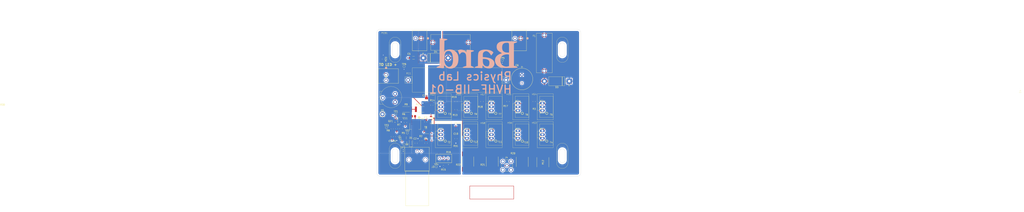
<source format=kicad_pcb>
(kicad_pcb (version 20221018) (generator pcbnew)
  (layers (0 "F.Cu" signal) (1 "In1.Cu" power) (2 "In2.Cu" power) (31 "B.Cu" signal) (34 "B.Paste" user) (35 "F.Paste" user) (36 "B.SilkS" user "B.Silkscreen") (37 "F.SilkS" user "F.Silkscreen") (38 "B.Mask" user) (39 "F.Mask" user) (44 "Edge.Cuts" user))
  (net 0 "")
  (net 1 "Net-(T1-E)")
  (net 2 "Net-(R13-Pad1)")
  (net 3 "Net-(T4-B)")
  (net 4 "Net-(R10-Pad2)")
  (net 5 "+VDC")
  (net 6 "output")
  (net 7 "Net-(T3-C)")
  (net 8 "Net-(R15-Pad2)")
  (net 9 "Net-(T8-B)")
  (net 10 "Net-(T10-B)")
  (net 11 "Net-(T11-B)")
  (net 12 "Net-(T12-B)")
  (net 13 "Net-(T1-B)")
  (net 14 "Net-(T2-B)")
  (net 15 "Net-(T1-C)")
  (net 16 "Net-(C1-Pad1)")
  (net 17 "GND")
  (net 18 "input")
  (net 19 "Net-(D1-A)")
  (net 20 "Net-(Q1-E)")
  (net 21 "Net-(Q2-E)")
  (net 22 "Net-(Q2-B)")
  (net 23 "+5V")
  (net 24 "Net-(T4-E)")
  (net 25 "Net-(T10-E)")
  (net 26 "Net-(T11-E)")
  (net 27 "Net-(T12-E)")
  (net 28 "/FB1")
  (net 29 "/FB2")
  (net 30 "/+80V_IN")
  (net 31 "/+5V_IN")
  (net 32 "/F1")
  (net 33 "/F2")
  (net 34 "/LED")
  (net 35 "Net-(D2-K)")
  (footprint "Library:ATS_PCB1025" (layer "F.Cu") (at 190.795 102.5 -90)
    (fp_text reference "HS4")
    (fp_text value "~")
  )
  (footprint "Capacitor_SMD:C_0805_2012Metric_Pad1.18x1.45mm_HandSolder" (layer "F.Cu") (at 105.06 112.102891 -90)
    (fp_text reference "C11")
    (fp_text value "100n")
  )
  (footprint "Resistor_SMD:R_0805_2012Metric_Pad1.20x1.40mm_HandSolder" (layer "F.Cu") (at 128.37 139.019891)
    (fp_text reference "R15")
    (fp_text value "100R")
  )
  (footprint "Library:FUSE_4527" (layer "F.Cu") (at 132.75 63 180)
    (fp_text reference "F2")
    (fp_text value "Fuse")
  )
  (footprint "Library:TO126AV" (layer "F.Cu") (at 187.75 102.5 90)
    (fp_text reference "T5")
    (fp_text value "BFQ262")
  )
  (footprint "Diode_THT:D_DO-201AD_P15.24mm_Horizontal" (layer "F.Cu") (at 205.5 86.75 180)
    (fp_text reference "D3")
    (fp_text value "1N5408")
  )
  (footprint "1_My_Custom_Library:CONN_1984963" (layer "F.Cu") (at 112.900001 60.5 180)
    (fp_text reference "J2")
    (fp_text value "1984963")
  )
  (footprint "Library:LINX_CONSMA002-L" (layer "F.Cu") (at 167.25 138.5)
    (fp_text reference "J4")
    (fp_text value "CONSMA002-L")
  )
  (footprint "Library:TO126AV" (layer "F.Cu") (at 125.5 119.5 90)
    (fp_text reference "T2")
    (fp_text value "BFQ262")
  )
  (footprint "Library:ATS_PCB1025" (layer "F.Cu") (at 159.445 102.5 -90)
    (fp_text reference "HS7")
    (fp_text value "~")
  )
  (footprint "Library:TO126AV" (layer "F.Cu") (at 172.75 102.5 90)
    (fp_text reference "T6")
    (fp_text value "BFQ262")
  )
  (footprint "Library:TO126AV" (layer "F.Cu") (at 156.5 102.5 90)
    (fp_text reference "T7")
    (fp_text value "BFQ262")
  )
  (footprint "Library:RES_3560_TEC" (layer "F.Cu") (at 143.32 136.029291 90)
    (fp_text reference "R22")
    (fp_text value "47")
  )
  (footprint "Library:TO126AV" (layer "F.Cu") (at 187.75 119.5 90)
    (fp_text reference "T4")
    (fp_text value "BFQ252")
  )
  (footprint "Diode_SMD:D_SOD-123" (layer "F.Cu") (at 108.42 124.6 90)
    (fp_text reference "D1")
    (fp_text value "1N4148W")
  )
  (footprint "Library:TO126AV" (layer "F.Cu") (at 141.5 102.5 90)
    (fp_text reference "T9")
    (fp_text value "BFQ262")
  )
  (footprint "Capacitor_SMD:C_0805_2012Metric_Pad1.18x1.45mm_HandSolder" (layer "F.Cu") (at 111.67 124.7875 90)
    (fp_text reference "C2")
    (fp_text value "0.1u")
  )
  (footprint "TestPoint:TestPoint_Pad_D1.0mm" (layer "F.Cu") (at 104.25 77.75)
    (fp_text reference "TP6")
    (fp_text value "TestPoint")
  )
  (footprint "Resistor_SMD:R_0805_2012Metric_Pad1.20x1.40mm_HandSolder" (layer "F.Cu") (at 136 122 -90)
    (fp_text reference "R31")
    (fp_text value "10")
  )
  (footprint "Resistor_SMD:R_0805_2012Metric_Pad1.20x1.40mm_HandSolder" (layer "F.Cu") (at 99.75 120.75 90)
    (fp_text reference "R1")
    (fp_text value "330")
  )
  (footprint "Library:SOT-23_ONS" (layer "F.Cu") (at 121.75 109.419891 -90)
    (fp_text reference "D2")
    (fp_text value "BAT64")
  )
  (footprint "Library:FUSE_4527" (layer "F.Cu") (at 190.25 69.5 90)
    (fp_text reference "F1")
    (fp_text value "Fuse")
  )
  (footprint "Capacitor_SMD:C_0805_2012Metric_Pad1.18x1.45mm_HandSolder" (layer "F.Cu") (at 97 120.75 -90)
    (fp_text reference "C1")
    (fp_text value "470p")
  )
  (footprint "Resistor_SMD:R_0805_2012Metric_Pad1.20x1.40mm_HandSolder" (layer "F.Cu") (at 121.25 101.5 -90)
    (fp_text reference "R14")
    (fp_text value "22")
  )
  (footprint "1_My_Custom_Library:CONN_1984963" (layer "F.Cu") (at 93.25 84.599999 -90)
    (fp_text reference "J5")
    (fp_text value "1984963")
  )
  (footprint "Library:ATS_PCB1025" (layer "F.Cu") (at 175.795 119.5 -90)
    (fp_text reference "HS6")
    (fp_text value "~")
  )
  (footprint "Library:ATS_PCB1025" (layer "F.Cu") (at 175.795 102.5 -90)
    (fp_text reference "HS5")
    (fp_text value "~")
  )
  (footprint "Resistor_SMD:R_0805_2012Metric_Pad1.20x1.40mm_HandSolder" (layer "F.Cu") (at 91.5 73.25 -90)
    (fp_text reference "R23")
    (fp_text value "360")
  )
  (footprint "Library:TO126AV" (layer "F.Cu") (at 141.5 119.5 90)
    (fp_text reference "T12")
    (fp_text value "BFQ252")
  )
  (footprint "Package_TO_SOT_SMD:SOT-23" (layer "F.Cu") (at 117.75 117.5 180)
    (fp_text reference "T8")
    (fp_text value "~")
  )
  (footprint "Resistor_SMD:R_0805_2012Metric_Pad1.20x1.40mm_HandSolder" (layer "F.Cu") (at 152 99.25 -90)
    (fp_text reference "R18")
    (fp_text value "47")
  )
  (footprint "TestPoint:TestPoint_Pad_D1.0mm" (layer "F.Cu") (at 124 139.25)
    (fp_text reference "TP4")
    (fp_text value "TestPoint")
  )
  (footprint "Capacitor_SMD:C_1206_3216Metric_Pad1.33x1.80mm_HandSolder" (layer "F.Cu") (at 118 98.75 90)
    (fp_text reference "C7")
    (fp_text value "0.1u")
  )
  (footprint "Resistor_SMD:R_0805_2012Metric_Pad1.20x1.40mm_HandSolder" (layer "F.Cu") (at 136 104.25 -90)
    (fp_text reference "R13")
    (fp_text value "47")
  )
  (footprint "Library:ATS_PCB1025" (layer "F.Cu") (at 144.445 119.5 -90)
    (fp_text reference "HS10")
    (fp_text value "~")
  )
  (footprint "Library:PPZC80003" (layer "F.Cu") (at 96.25 97 180)
    (fp_text reference "C4")
    (fp_text value "C_Trim")
  )
  (footprint "Resistor_SMD:R_0805_2012Metric_Pad1.20x1.40mm_HandSolder" (layer "F.Cu") (at 97 116 -90)
    (fp_text reference "R8")
    (fp_text value "330")
  )
  (footprint "Library:ATS_PCB1025" (layer "F.Cu") (at 144.445 102.5 -90)
    (fp_text reference "HS9")
    (fp_text value "~")
  )
  (footprint "TestPoint:TestPoint_Pad_D1.0mm" (layer "F.Cu") (at 104.25 125.75)
    (fp_text reference "TP7")
    (fp_text value "TestPoint")
  )
  (footprint "Resistor_SMD:R_2512_6332Metric" (layer "F.Cu") (at 114.4625 104 180)
    (fp_text reference "R10")
    (fp_text value "1k6")
  )
  (footprint "Library:TO126AV" (layer "F.Cu") (at 156.5 119.5 90)
    (fp_text reference "T11")
    (fp_text value "BFQ252")
  )
  (footprint "Library:RES_3560_TEC" (layer "F.Cu") (at 189.37 136.419891 90)
    (fp_text reference "R12")
    (fp_text value "47")
  )
  (footprint "Package_TO_SOT_SMD:SOT-23-3" (layer "F.Cu") (at 104 121.5 90)
    (fp_text reference "Q1")
    (fp_text value "PNP")
  )
  (footprint "Library:ATS_PCB1025" (layer "F.Cu") (at 159.445 119.5 -90)
    (fp_text reference "HS8")
    (fp_text value "~")
  )
  (footprint "Resistor_SMD:R_0805_2012Metric_Pad1.20x1.40mm_HandSolder" (layer "F.Cu") (at 102.4 115.919891 90)
    (fp_text reference "R5")
    (fp_text value "10")
  )
  (footprint "Library:PWWR0016" (layer "F.Cu") (at 136.8 86 -90)
    (fp_text reference "R11")
    (fp_text value "360")
  )
  (footprint "Resistor_SMD:R_0805_2012Metric_Pad1.20x1.40mm_HandSolder" (layer "F.Cu") (at 136 99.25 -90)
    (fp_text reference "R19")
    (fp_text value "47")
  )
  (footprint "Library:PCB_EC1U" (layer "F.Cu") (at 150 100)
    (fp_text reference "PCB1")
    (fp_text value "~EC1U")
    (fp_line (start -62.5 43) (end -62.5 -43) (stroke (width 0.1)) (layer "Edge.Cuts"))
    (fp_line (start -60.5 -45) (end 60.5 -45) (stroke (width 0.1)) (layer "Edge.Cuts"))
    (fp_line (start -60.5 45) (end 60.5 45) (stroke (width 0.1)) (layer "Edge.Cuts"))
    (fp_line (start -53 -32.5) (end -53 -35) (stroke (width 0.1)) (layer "Edge.Cuts"))
    (fp_line (start -53 -30) (end -53 -32.5) (stroke (width 0.1)) (layer "Edge.Cuts"))
    (fp_line (start -53 32.5) (end -53 30) (stroke (width 0.1)) (layer "Edge.Cuts"))
    (fp_line (start -53 35) (end -53 32.5) (stroke (width 0.1)) (layer "Edge.Cuts"))
    (fp_line (start -49.5 -32.5) (end -49.5 -35) (stroke (width 0.1)) (layer "Edge.Cuts"))
    (fp_line (start -49.5 -30) (end -49.5 -32.5) (stroke (width 0.1)) (layer "Edge.Cuts"))
    (fp_line (start -49.5 32.5) (end -49.5 30) (stroke (width 0.1)) (layer "Edge.Cuts"))
    (fp_line (start -49.5 35) (end -49.5 32.5) (stroke (width 0.1)) (layer "Edge.Cuts"))
    (fp_line (start 49.5 -32.5) (end 49.5 -35) (stroke (width 0.1)) (layer "Edge.Cuts"))
    (fp_line (start 49.5 -30) (end 49.5 -32.5) (stroke (width 0.1)) (layer "Edge.Cuts"))
    (fp_line (start 49.5 32.5) (end 49.5 30) (stroke (width 0.1)) (layer "Edge.Cuts"))
    (fp_line (start 49.5 35) (end 49.5 32.5) (stroke (width 0.1)) (layer "Edge.Cuts"))
    (fp_line (start 53 -32.5) (end 53 -35) (stroke (width 0.1)) (layer "Edge.Cuts"))
    (fp_line (start 53 -30) (end 53 -32.5) (stroke (width 0.1)) (layer "Edge.Cuts"))
    (fp_line (start 53 32.5) (end 53 30) (stroke (width 0.1)) (layer "Edge.Cuts"))
    (fp_line (start 53 35) (end 53 32.5) (stroke (width 0.1)) (layer "Edge.Cuts"))
    (fp_line (start 62.5 43) (end 62.5 -43) (stroke (width 0.1)) (layer "Edge.Cuts"))
    (fp_arc (start -62.5 -43) (mid -61.914214 -44.414214) (end -60.5 -45) (stroke (width 0.1)) (layer "Edge.Cuts"))
    (fp_arc (start -60.5 45) (mid -61.914214 44.414214) (end -62.5 43) (stroke (width 0.1)) (layer "Edge.Cuts"))
    (fp_arc (start -53 -35) (mid -51.25 -36.75) (end -49.5 -35) (stroke (width 0.1)) (layer "Edge.Cuts"))
    (fp_arc (start -53 30) (mid -51.25 28.25) (end -49.5 30) (stroke (width 0.1)) (layer "Edge.Cuts"))
    (fp_arc (start -49.5 -30) (mid -51.25 -28.25) (end -53 -30) (stroke (width 0.1)) (layer "Edge.Cuts"))
    (fp_arc (start -49.5 35) (mid -51.25 36.75) (end -53 35) (stroke (width 0.1)) (layer "Edge.Cuts"))
    (fp_arc (start 49.5 -35) (mid 51.25 -36.75) (end 53 -35) (stroke (width 0.1)) (layer "Edge.Cuts"))
    (fp_arc (start 49.5 30) (mid 51.25 28.25) (end 53 30) (stroke (width 0.1)) (layer "Edge.Cuts"))
    (fp_arc (start 53 -30) (mid 51.25 -28.25) (end 49.5 -30) (stroke (width 0.1)) (layer "Edge.Cuts"))
    (fp_arc (start 53 35) (mid 51.25 36.75) (end 49.5 35) (stroke (width 0.1)) (layer "Edge.Cuts"))
    (fp_arc (start 60.5 -45) (mid 61.914214 -44.414214) (end 62.5 -43) (stroke (width 0.1)) (layer "Edge.Cuts"))
    (fp_arc (start 62.5 43) (mid 61.914214 44.414214) (end 60.5 45) (stroke (width 0.1)) (layer "Edge.Cuts"))
  )
  (footprint "Resistor_SMD:R_0805_2012Metric_Pad1.20x1.40mm_HandSolder" (layer "F.Cu") (at 168 99.25 -90)
    (fp_text reference "R17")
    (fp_text value "47")
  )
  (footprint "Resistor_SMD:R_0805_2012Metric_Pad1.20x1.40mm_HandSolder" (layer "F.Cu") (at 110 108.25 180)
    (fp_text reference "R30")
    (fp_text value "10")
  )
  (footprint "Library:RES_3560_TEC" (layer "F.Cu") (at 158.32 136.029291 90)
    (fp_text reference "R21")
    (fp_text value "47")
  )
  (footprint "Resistor_SMD:R_0805_2012Metric_Pad1.20x1.40mm_HandSolder" (layer "F.Cu") (at 184 99.25 -90)
    (fp_text reference "R3")
    (fp_text value "47")
  )
  (footprint "TestPoint:TestPoint_Pad_D1.0mm" (layer "F.Cu") (at 164.5 74)
    (fp_text reference "TP5")
    (fp_text value "TestPoint")
  )
  (footprint "Library:ATS_PCB1025" (layer "F.Cu") (at 190.795 119.5 -90)
    (fp_text reference "HS3")
    (fp_text value "~")
  )
  (footprint "Library:ATS_PCB1025" (layer "F.Cu") (at 128.3 119.5 -90)
    (fp_text reference "HS1")
    (fp_text value "~")
  )
  (footprint "Capacitor_SMD:C_0805_2012Metric_Pad1.18x1.45mm_HandSolder" (layer "F.Cu") (at 117.5 111.7125 90)
    (fp_text reference "C3")
    (fp_text value "100n")
  )
  (footprint "Resistor_SMD:R_0805_2012Metric_Pad1.20x1.40mm_HandSolder" (layer "F.Cu") (at 114.5 123.25 -90)
    (fp_text reference "R2")
    (fp_text value "10k")
  )
  (footprint "TestPoint:TestPoint_Pad_D1.0mm" (layer "F.Cu") (at 93.5 115.25)
    (fp_text reference "TP3")
    (fp_text value "TestPoint")
  )
  (footprint "Resistor_SMD:R_0805_2012Metric_Pad1.20x1.40mm_HandSolder" (layer "F.Cu") (at 117.75 124.75 90)
    (fp_text reference "R4")
    (fp_text value "51")
  )
  (footprint "Capacitor_SMD:C_0805_2012Metric_Pad1.18x1.45mm_HandSolder" (layer "F.Cu") (at 136 116.1625 90)
    (fp_text reference "C10")
    (fp_text value "0.1u")
  )
  (footprint "Connector_Pin:Pin_D1.4mm_L8.5mm_W2.8mm_FlatFork" (layer "F.Cu") (at 91 107)
    (fp_text reference "H1")
    (fp_text value "MountingHole_Pad")
  )
  (footprint "Library:CAP_EEUED_125X25_PAN" (layer "F.Cu") (at 176.5 82.91485 -90)
    (fp_text reference "C6")
    (fp_text value "100u")
  )
  (footprint "Library:POT_3296W" (layer "F.Cu") (at 126.07 134.019891)
    (fp_text reference "R16")
    (fp_text value "R_Potentiometer_Trim")
  )
  (footprint "TestPoint:TestPoint_Pad_D1.0mm" (layer "F.Cu") (at 106.25 118.5)
    (fp_text reference "TP2")
    (fp_text value "TestPoint")
  )
  (footprint "Resistor_SMD:R_2512_6332Metric" (layer "F.Cu") (at 105.5 104 180)
    (fp_text reference "R9")
    (fp_text value "1k6")
  )
  (footprint "Capacitor_SMD:C_1206_3216Metric_Pad1.33x1.80mm_HandSolder" (layer "F.Cu") (at 110.0625 72.5 180)
    (fp_text reference "C5")
    (fp_text value "100u")
  )
  (footprint "Library:TO126AV" (layer "F.Cu") (at 172.75 119.5 90)
    (fp_text reference "T10")
    (fp_text value "BFQ252")
  )
  (footprint "Package_TO_SOT_SMD:SOT-223" (layer "F.Cu") (at 111.06 114.452891 -90)
    (fp_text reference "T1")
    (fp_text value "BFU590G")
  )
  (footprint "Resistor_SMD:R_0805_2012Metric_Pad1.20x1.40mm_HandSolder" (layer "F.Cu") (at 102.45 109.1 90)
    (fp_text reference "R6")
    (fp_text value "160")
  )
  (footprint "Diode_THT:D_DO-201AD_P15.24mm_Horizontal" (layer "F.Cu") (at 116.01 72.5)
    (fp_text reference "D4")
    (fp_text value "1N5408")
  )
  (footprint "Library:TRANS_BFP196E6327HTSA1_INF" (layer "F.Cu") (at 98.675 111.2 -90)
    (fp_text reference "Q2")
    (fp_text value "BFP196E6327HTSA1")
  )
  (footprint "1_My_Custom_Library:CONN_1984963" (layer "F.Cu") (at 173.900001 60.5 180)
    (fp_text reference "J1")
    (fp_text value "1984963")
  )
  (footprint "Library:CONN_73137-5003_MOL" (layer "F.Cu") (at 112.25 129.75 180)
    (fp_text reference "J3")
    (fp_text value "731375003")
  )
  (footprint "Resistor_SMD:R_0805_2012Metric_Pad1.20x1.40mm_HandSolder" (layer "F.Cu") (at 99.75 115.919891 -90)
    (fp_text reference "R7")
    (fp_text value "51")
  )
  (footprint "TestPoint:TestPoint_Pad_D1.0mm" (layer "F.Cu") (at 99.25 106.75)
    (fp_text reference "TP1")
    (fp_text value "TestPoint")
  )
  (footprint "Library:RES_3560_TEC" (layer "F.Cu") (at 176.67 136.208191 90)
    (fp_text reference "R20")
    (fp_text value "47")
  )
  (footprint "Library:ATS_PCB1025" (layer "F.Cu") (at 128.3 102.5 -90)
    (fp_text reference "HS2")
    (fp_text value "~")
  )
  (footprint "Library:TO126AV" (layer "F.Cu") (at 125.5 102.5 90)
    (fp_text reference "T3")
    (fp_text value "BFQ262")
  )
  (footprint "Library:LOGO_M" (layer "B.Cu") (at 149 69.75 180)
    (fp_text reference "LOGO1" hide)
    (fp_text value "~" hide)
  )
  (gr_rect (start 144.5 159) (end 171.5 151) (stroke (width 0.2)) (fill none) (layer "F.Cu"))
  (gr_line (start 106 126.25) (end 106 125.75) (stroke (width 0.15)) (layer "F.SilkS"))
  (gr_line (start 106 125) (end 106 124) (stroke (width 0.15)) (layer "F.SilkS"))
  (gr_line (start 105.25 125.75) (end 106.75 125.75) (stroke (width 0.15)) (layer "F.SilkS"))
  (gr_line (start 106 124) (end 106 123.75) (stroke (width 0.15)) (layer "F.SilkS"))
  (gr_circle (center 101.75 122.5) (end 102 122.75) (stroke (width 0.15)) (fill none) (layer "F.SilkS"))
  (gr_line (start 106.75 125.75) (end 106 125.75) (stroke (width 0.15)) (layer "F.SilkS"))
  (gr_line (start 106.75 125) (end 105.25 125) (stroke (width 0.15)) (layer "F.SilkS"))
  (gr_circle (center 113.5 109) (end 114 109) (stroke (width 0.5)) (fill none) (layer "F.SilkS"))
  (gr_line (start 106 125.75) (end 106.75 125) (stroke (width 0.15)) (layer "F.SilkS"))
  (gr_line (start 105.25 125) (end 106 125.75) (stroke (width 0.15)) (layer "F.SilkS"))
  (gr_text "Physics Lab\nHVHF-IIB-01\n" (at 170.75 94.75) (layer "B.SilkS") (effects (font (size 5 5) (thickness 0.75)) (justify left bottom mirror)))
  (gr_text "TO LED +" (at 88.75 77.5) (layer "F.SilkS") (effects (font (size 1.5 1.5) (thickness 0.3) bold) (justify left bottom)))
  (segment (start 117.5 112.75) (end 114.807109 112.75) (width 0.35) (layer "F.Cu") (net 1))
  (segment (start 105.06 111.065391) (end 105.2975 111.302891) (width 0.35) (layer "F.Cu") (net 1))
  (segment (start 118.6875 116.55) (end 118.6875 113.9375) (width 0.35) (layer "F.Cu") (net 1))
  (segment (start 114.807109 112.75) (end 113.36 111.302891) (width 0.35) (layer "F.Cu") (net 1))
  (segment (start 109.25 113.5) (end 112 113.5) (width 0.35) (layer "F.Cu") (net 1))
  (segment (start 108.76 113.01) (end 109.25 113.5) (width 0.35) (layer "F.Cu") (net 1))
  (segment (start 113.36 112.14) (end 113.36 111.302891) (width 0.35) (layer "F.Cu") (net 1))
  (segment (start 118.6875 113.9375) (end 117.5 112.75) (width 0.35) (layer "F.Cu") (net 1))
  (segment (start 112 113.5) (end 113.36 112.14) (width 0.35) (layer "F.Cu") (net 1))
  (segment (start 108.76 111.302891) (end 108.76 113.01) (width 0.35) (layer "F.Cu") (net 1))
  (segment (start 105.2975 111.302891) (end 108.76 111.302891) (width 0.35) (layer "F.Cu") (net 1))
  (segment (start 146.25 95) (end 158 95) (width 0.35) (layer "F.Cu") (net 2))
  (segment (start 136 95) (end 134 97) (width 0.35) (layer "F.Cu") (net 2))
  (segment (start 134 101.25) (end 136 103.25) (width 0.35) (layer "F.Cu") (net 2))
  (segment (start 176 98.25) (end 174.625 96.875) (width 0.35) (layer "F.Cu") (net 2))
  (segment (start 158 95) (end 136 95) (width 0.35) (layer "F.Cu") (net 2))
  (segment (start 159.875 96.875) (end 174.625 96.875) (width 0.35) (layer "F.Cu") (net 2))
  (segment (start 134 97) (end 134 101.25) (width 0.35) (layer "F.Cu") (net 2))
  (segment (start 176 98.25) (end 168 98.25) (width 0.35) (layer "F.Cu") (net 2))
  (segment (start 136 98.25) (end 144 98.25) (width 0.35) (layer "F.Cu") (net 2))
  (segment (start 144 98.25) (end 152 98.25) (width 0.35) (layer "F.Cu") (net 2))
  (segment (start 184 98.25) (end 176 98.25) (width 0.35) (layer "F.Cu") (net 2))
  (segment (start 158 95) (end 159.875 96.875) (width 0.35) (layer "F.Cu") (net 2))
  (segment (start 145.375 96.875) (end 144 98.25) (width 0.35) (layer "F.Cu") (net 2))
  (segment (start 159.875 96.875) (end 145.375 96.875) (width 0.35) (layer "F.Cu") (net 2))
  (segment (start 183.172191 100.422191) (end 189.065 100.422191) (width 0.35) (layer "F.Cu") (net 3))
  (segment (start 190.214 100.214) (end 192.25 102.25) (width 0.35) (layer "F.Cu") (net 3))
  (segment (start 192.25 113.75) (end 189.02 116.98) (width 0.35) (layer "F.Cu") (net 3))
  (segment (start 183 100.25) (end 183.172191 100.422191) (width 0.35) (layer "F.Cu") (net 3))
  (segment (start 192.25 102.25) (end 192.25 113.75) (width 0.35) (layer "F.Cu") (net 3))
  (segment (start 189.02 100.214) (end 190.214 100.214) (width 0.35) (layer "F.Cu") (net 3))
  (segment (start 189.02 116.98) (end 189.02 117.214) (width 0.35) (layer "F.Cu") (net 3))
  (segment (start 111.5 104) (end 108.4625 104) (width 0.35) (layer "F.Cu") (net 4))
  (segment (start 118 100.3125) (end 115.8125 100.3125) (width 1.05) (layer "F.Cu") (net 5))
  (segment (start 115.8125 100.3125) (end 115.75 100.25) (width 1.05) (layer "F.Cu") (net 5))
  (segment (start 164.5 74) (end 164.5 75.75) (width 0.35) (layer "F.Cu") (net 5))
  (segment (start 118 100.3125) (end 121.0625 100.3125) (width 1.05) (layer "F.Cu") (net 5))
  (segment (start 121.0625 100.3125) (end 121.25 100.5) (width 1.05) (layer "F.Cu") (net 5))
  (via (at 115.75 100.25) (size 1.2) (drill 0.6) (layers "F.Cu" "B.Cu") (net 5))
  (via (at 164.5 75.75) (size 0.8) (drill 0.4) (layers "F.Cu" "B.Cu") (net 5))
  (segment (start 164.466991 138.5) (end 167.25 138.5) (width 0.35) (layer "F.Cu") (net 6))
  (segment (start 167.25 138.5) (end 171.996021 138.5) (width 0.35) (layer "F.Cu") (net 6))
  (segment (start 143.32 140.740991) (end 158.32 140.740991) (width 0.35) (layer "F.Cu") (net 6))
  (segment (start 171.996021 138.5) (end 174.415912 140.919891) (width 0.35) (layer "F.Cu") (net 6))
  (segment (start 158.32 140.740991) (end 162.226 140.740991) (width 0.35) (layer "F.Cu") (net 6))
  (segment (start 162.226 140.740991) (end 164.466991 138.5) (width 0.35) (layer "F.Cu") (net 6))
  (segment (start 189.1583 140.919891) (end 189.37 141.131591) (width 0.35) (layer "F.Cu") (net 6))
  (segment (start 176.67 140.919891) (end 189.1583 140.919891) (width 0.35) (layer "F.Cu") (net 6))
  (segment (start 174.415912 140.919891) (end 176.67 140.919891) (width 0.35) (layer "F.Cu") (net 6))
  (segment (start 121.297891 102.547891) (end 126.57 102.547891) (width 0.35) (layer "F.Cu") (net 7))
  (segment (start 121.25 102.5) (end 121.297891 102.547891) (width 0.35) (layer "F.Cu") (net 7))
  (segment (start 129.37 139.019891) (end 129.37 135.799891) (width 0.35) (layer "F.Cu") (net 8))
  (segment (start 129.37 135.799891) (end 131.15 134.019891) (width 0.35) (layer "F.Cu") (net 8))
  (segment (start 120.95 118.45) (end 118.6875 118.45) (width 0.25) (layer "F.Cu") (net 9))
  (segment (start 121.25 118.75) (end 120.95 118.45) (width 0.25) (layer "F.Cu") (net 9))
  (segment (start 121.25 126.659891) (end 121.25 123) (width 0.35) (layer "F.Cu") (net 9))
  (segment (start 128.61 134.64) (end 128.61 134.019891) (width 0.35) (layer "F.Cu") (net 9))
  (segment (start 128.61 134.019891) (end 124.670054 130.079946) (width 0.35) (layer "F.Cu") (net 9))
  (segment (start 124.670054 130.079946) (end 121.25 126.659891) (width 0.35) (layer "F.Cu") (net 9))
  (segment (start 124 139.25) (end 128.61 134.64) (width 0.35) (layer "F.Cu") (net 9))
  (via (at 121.25 118.75) (size 0.8) (drill 0.4) (layers "F.Cu" "B.Cu") (net 9))
  (via (at 121.25 123) (size 0.8) (drill 0.4) (layers "F.Cu" "B.Cu") (net 9))
  (segment (start 121.25 123) (end 121.25 118.75) (width 0.25) (layer "B.Cu") (net 9))
  (segment (start 174.02 100.214) (end 175.464 100.214) (width 0.35) (layer "F.Cu") (net 10))
  (segment (start 168.172191 100.422191) (end 174.065 100.422191) (width 0.35) (layer "F.Cu") (net 10))
  (segment (start 177.375 102.125) (end 177.375 114.625) (width 0.35) (layer "F.Cu") (net 10))
  (segment (start 174.065 100.422191) (end 174.827 100.422191) (width 0.35) (layer "F.Cu") (net 10))
  (segment (start 174.782 100.214) (end 174.996 100) (width 0.35) (layer "F.Cu") (net 10))
  (segment (start 174.327809 117.422191) (end 174.065 117.422191) (width 0.35) (layer "F.Cu") (net 10))
  (segment (start 175.464 100.214) (end 177.375 102.125) (width 0.35) (layer "F.Cu") (net 10))
  (segment (start 174.02 100.214) (end 174.782 100.214) (width 0.35) (layer "F.Cu") (net 10))
  (segment (start 174.786 117.214) (end 174.02 117.214) (width 0.35) (layer "F.Cu") (net 10))
  (segment (start 177.375 114.625) (end 174.786 117.214) (width 0.35) (layer "F.Cu") (net 10))
  (segment (start 168 100.25) (end 168.172191 100.422191) (width 0.35) (layer "F.Cu") (net 10))
  (segment (start 159.214 100.214) (end 161 102) (width 0.35) (layer "F.Cu") (net 11))
  (segment (start 158.477 100.245591) (end 157.715 100.245591) (width 0.35) (layer "F.Cu") (net 11))
  (segment (start 152.004409 100.245591) (end 157.715 100.245591) (width 0.35) (layer "F.Cu") (net 11))
  (segment (start 152 100.25) (end 152.004409 100.245591) (width 0.35) (layer "F.Cu") (net 11))
  (segment (start 161 102) (end 161 114) (width 0.35) (layer "F.Cu") (net 11))
  (segment (start 157.786 117.214) (end 157.77 117.214) (width 0.35) (layer "F.Cu") (net 11))
  (segment (start 157.77 100.214) (end 159.214 100.214) (width 0.35) (layer "F.Cu") (net 11))
  (segment (start 161 114) (end 157.786 117.214) (width 0.35) (layer "F.Cu") (net 11))
  (segment (start 142.703 100.745591) (end 143.465 100.745591) (width 0.35) (layer "F.Cu") (net 12))
  (segment (start 142.715 100.245591) (end 143.995591 100.245591) (width 0.35) (layer "F.Cu") (net 12))
  (segment (start 146 113.984) (end 142.77 117.214) (width 0.35) (layer "F.Cu") (net 12))
  (segment (start 136 100.25) (end 136.004409 100.245591) (width 0.35) (layer "F.Cu") (net 12))
  (segment (start 136.004409 100.245591) (end 142.715 100.245591) (width 0.35) (layer "F.Cu") (net 12))
  (segment (start 142.77 100.214) (end 144.214 100.214) (width 0.35) (layer "F.Cu") (net 12))
  (segment (start 146 102) (end 146 113.984) (width 0.35) (layer "F.Cu") (net 12))
  (segment (start 144.214 100.214) (end 146 102) (width 0.35) (layer "F.Cu") (net 12))
  (segment (start 111.06 111.302891) (end 111.06 108.602891) (width 0.35) (layer "F.Cu") (net 13))
  (segment (start 126.57 117.047891) (end 136.347891 117.047891) (width 0.35) (layer "F.Cu") (net 14))
  (segment (start 136 121) (end 136 117.2) (width 0.35) (layer "F.Cu") (net 14))
  (segment (start 123.394891 120.394891) (end 113.852 120.394891) (width 0.35) (layer "F.Cu") (net 15))
  (segment (start 123.394891 120.394891) (end 124.619891 121.619891) (width 0.35) (layer "F.Cu") (net 15))
  (segment (start 124.619891 121.619891) (end 126.57 121.619891) (width 0.35) (layer "F.Cu") (net 15))
  (segment (start 113.852 120.394891) (end 111.06 117.602891) (width 0.35) (layer "F.Cu") (net 15))
  (segment (start 96.9 119.844891) (end 97.055 119.844891) (width 0.35) (layer "F.Cu") (net 16))
  (segment (start 97 117) (end 97 119.7125) (width 0.35) (layer "F.Cu") (net 16))
  (segment (start 105.06 113.140391) (end 105.06 114.44) (width 0.35) (layer "F.Cu") (net 17))
  (segment (start 103.05 122.6375) (end 103.05 123.95) (width 0.35) (layer "F.Cu") (net 17))
  (segment (start 188.303 119.708191) (end 189.065 119.708191) (width 0.35) (layer "F.Cu") (net 17))
  (segment (start 136 115.125) (end 136 113.95) (width 0.35) (layer "F.Cu") (net 17))
  (segment (start 99.75 116.919891) (end 99.75 118) (width 0.35) (layer "F.Cu") (net 17))
  (segment (start 97 121.7875) (end 97 123) (width 0.35) (layer "F.Cu") (net 17))
  (segment (start 141.953 119.531591) (end 142.715 119.531591) (width 0.35) (layer "F.Cu") (net 17))
  (segment (start 118 97.1875) (end 118 95.75) (width 1.05) (layer "F.Cu") (net 17))
  (segment (start 142.715 119.531591) (end 143.477 119.531591) (width 0.35) (layer "F.Cu") (net 17))
  (segment (start 189.065 119.708191) (end 189.827 119.708191) (width 0.35) (layer "F.Cu") (net 17))
  (segment (start 108.5 72.5) (end 106.75 72.5) (width 1.05) (layer "F.Cu") (net 17))
  (segment (start 174.065 119.708191) (end 174.827 119.708191) (width 0.35) (layer "F.Cu") (net 17))
  (segment (start 103.05 123.95) (end 103 124) (width 0.35) (layer "F.Cu") (net 17))
  (segment (start 157.715 119.531591) (end 158.477 119.531591) (width 0.35) (layer "F.Cu") (net 17))
  (segment (start 117.75 122.25) (end 117.75 123.75) (width 1.05) (layer "F.Cu") (net 17))
  (segment (start 156.953 119.531591) (end 157.715 119.531591) (width 0.35) (layer "F.Cu") (net 17))
  (segment (start 105.06 114.44) (end 105 114.5) (width 0.35) (layer "F.Cu") (net 17))
  (segment (start 118.25 111.175) (end 118.25 110.194291) (width 0.25) (layer "F.Cu") (net 17))
  (via (at 105 114.5) (size 0.8) (drill 0.4) (layers "F.Cu" "B.Cu") (net 17))
  (via (at 136 113.95) (size 0.8) (drill 0.4) (layers "F.Cu" "B.Cu") (net 17))
  (via (at 118 95.75) (size 0.8) (drill 0.4) (layers "F.Cu" "B.Cu") (net 17))
  (via (at 117.75 122.25) (size 0.8) (drill 0.4) (layers "F.Cu" "B.Cu") (net 17))
  (via (at 118.25 110.194291) (size 0.8) (drill 0.4) (layers "F.Cu" "B.Cu") (net 17))
  (via (at 97 123) (size 0.8) (drill 0.4) (layers "F.Cu" "B.Cu") (net 17))
  (via (at 116.25 118) (size 0.8) (drill 0.4) (layers "F.Cu" "B.Cu") (net 17))
  (via (at 103 124) (size 0.8) (drill 0.4) (layers "F.Cu" "B.Cu") (net 17))
  (via (at 99.75 118) (size 0.8) (drill 0.4) (layers "F.Cu" "B.Cu") (net 17))
  (via (at 106.75 72.5) (size 1.2) (drill 0.6) (layers "F.Cu" "B.Cu") (net 17))
  (segment (start 117.75 125.75) (end 111.745 125.75) (width 0.35) (layer "F.Cu") (net 18))
  (segment (start 112.25 129.75) (end 112.25 126.405) (width 0.35) (layer "F.Cu") (net 18))
  (segment (start 111.245 126.25) (end 111.67 125.825) (width 0.35) (layer "F.Cu") (net 18))
  (segment (start 111.745 125.75) (end 111.67 125.825) (width 0.35) (layer "F.Cu") (net 18))
  (segment (start 112.25 126.405) (end 111.67 125.825) (width 0.35) (layer "F.Cu") (net 18))
  (segment (start 108.42 126.25) (end 111.245 126.25) (width 0.35) (layer "F.Cu") (net 18))
  (segment (start 108.37 122.75) (end 106 122.75) (width 0.35) (layer "F.Cu") (net 19))
  (segment (start 110.725 122.805) (end 111.67 123.75) (width 0.35) (layer "F.Cu") (net 19))
  (segment (start 111.67 124) (end 112 124) (width 0.35) (layer "F.Cu") (net 19))
  (segment (start 108.37 123) (end 108.42 122.95) (width 0.35) (layer "F.Cu") (net 19))
  (segment (start 112 124) (end 114 124) (width 0.35) (layer "F.Cu") (net 19))
  (segment (start 111.67 123.75) (end 111.75 123.75) (width 0.35) (layer "F.Cu") (net 19))
  (segment (start 106 122.75) (end 105.0625 122.75) (width 0.35) (layer "F.Cu") (net 19))
  (segment (start 108.275 122.75) (end 110.725 122.75) (width 0.35) (layer "F.Cu") (net 19))
  (segment (start 104.25 125.75) (end 105.25 125.75) (width 0.35) (layer "F.Cu") (net 19))
  (segment (start 114.25 124.25) (end 114 124) (width 0.35) (layer "F.Cu") (net 19))
  (segment (start 111.75 123.75) (end 112 124) (width 0.35) (layer "F.Cu") (net 19))
  (segment (start 104.95 122.6375) (end 104.95 122.7) (width 0.35) (layer "F.Cu") (net 19))
  (segment (start 114.5 124.25) (end 114.25 124.25) (width 0.35) (layer "F.Cu") (net 19))
  (segment (start 105.25 125.75) (end 106 125) (width 0.35) (layer "F.Cu") (net 19))
  (segment (start 110.725 122.75) (end 110.725 122.805) (width 0.35) (layer "F.Cu") (net 19))
  (segment (start 105.0625 122.75) (end 104.95 122.6375) (width 0.35) (layer "F.Cu") (net 19))
  (segment (start 106 125) (end 106 122.75) (width 0.35) (layer "F.Cu") (net 19))
  (segment (start 106.25 119.8625) (end 105.75 120.3625) (width 0.35) (layer "F.Cu") (net 20))
  (segment (start 99.75 119.75) (end 102.4 117.1) (width 0.35) (layer "F.Cu") (net 20))
  (segment (start 106.25 118.5) (end 106.25 119.8625) (width 0.35) (layer "F.Cu") (net 20))
  (segment (start 104 120) (end 100.3625 120) (width 0.35) (layer "F.Cu") (net 20))
  (segment (start 102.4 117.1) (end 102.4 116.919891) (width 0.35) (layer "F.Cu") (net 20))
  (segment (start 100.1125 119.75) (end 100.3625 120) (width 0.35) (layer "F.Cu") (net 20))
  (segment (start 104 120.3625) (end 104 120) (width 0.35) (layer "F.Cu") (net 20))
  (segment (start 105.75 120.3625) (end 104 120.3625) (width 0.35) (layer "F.Cu") (net 20))
  (segment (start 99.75 119.75) (end 100.1125 119.75) (width 0.35) (layer "F.Cu") (net 20))
  (segment (start 96.9 114.919891) (end 96.9 111.6) (width 0.35) (layer "F.Cu") (net 21))
  (segment (start 97 115) (end 96.980109 115) (width 0.35) (layer "F.Cu") (net 21))
  (segment (start 99.9 114.999891) (end 99.82 114.919891) (width 0.35) (layer "F.Cu") (net 21))
  (segment (start 97.95 112) (end 97.3 112) (width 0.35) (layer "F.Cu") (net 21))
  (segment (start 93.5 115.25) (end 96.75 115.25) (width 0.35) (layer "F.Cu") (net 21))
  (segment (start 96.980109 115) (end 96.9 114.919891) (width 0.35) (layer "F.Cu") (net 21))
  (segment (start 99.25 110.4) (end 99.25 109.576534) (width 0.35) (layer "F.Cu") (net 21))
  (segment (start 96 107.75) (end 96 102.33) (width 0.35) (layer "F.Cu") (net 21))
  (segment (start 98.79 99.54) (end 98.79 94.46) (width 0.35) (layer "F.Cu") (net 21))
  (segment (start 99.25 109.576534) (end 99.453338 109.373196) (width 0.35) (layer "F.Cu") (net 21))
  (segment (start 97.3 112) (end 96 110.7) (width 0.35) (layer "F.Cu") (net 21))
  (segment (start 96 107.75) (end 97.5 107.75) (width 0.35) (layer "F.Cu") (net 21))
  (segment (start 96 102.33) (end 98.79 99.54) (width 0.35) (layer "F.Cu") (net 21))
  (segment (start 96.9 111.6) (end 96 110.7) (width 0.35) (layer "F.Cu") (net 21))
  (segment (start 99.82 114.919891) (end 96.9 114.919891) (width 0.35) (layer "F.Cu") (net 21))
  (segment (start 96 110.7) (end 96 107.75) (width 0.35) (layer "F.Cu") (net 21))
  (segment (start 96.75 115.25) (end 97 115) (width 0.35) (layer "F.Cu") (net 21))
  (via (at 97.5 107.75) (size 0.8) (drill 0.4) (layers "F.Cu" "B.Cu") (net 21))
  (via (at 99.453338 109.373196) (size 0.8) (drill 0.4) (layers "F.Cu" "B.Cu") (net 21))
  (segment (start 97.830142 107.75) (end 99.453338 109.373196) (width 0.35) (layer "B.Cu") (net 21))
  (segment (start 97.5 107.75) (end 97.830142 107.75) (width 0.35) (layer "B.Cu") (net 21))
  (segment (start 102.4 114.919891) (end 102.169891 114.919891) (width 0.35) (layer "F.Cu") (net 22))
  (segment (start 102.169891 114.919891) (end 99.25 112) (width 0.35) (layer "F.Cu") (net 22))
  (segment (start 126.269891 139.019891) (end 126.25 139) (width 1.05) (layer "F.Cu") (net 23))
  (segment (start 127.37 139.019891) (end 126.269891 139.019891) (width 1.05) (layer "F.Cu") (net 23))
  (segment (start 104.25 77.75) (end 104.25 79.5) (width 0.35) (layer "F.Cu") (net 23))
  (segment (start 113 122.25) (end 112.75 122) (width 1.05) (layer "F.Cu") (net 23))
  (segment (start 102.45 111.7) (end 102.5 111.75) (width 1.05) (layer "F.Cu") (net 23))
  (segment (start 136 124.75) (end 136 123) (width 1.05) (layer "F.Cu") (net 23))
  (segment (start 99.775 121.75) (end 99.775 123.125109) (width 1.05) (layer "F.Cu") (net 23))
  (segment (start 102.45 110.1) (end 102.45 111.7) (width 1.05) (layer "F.Cu") (net 23))
  (segment (start 91.5 72.25) (end 91.5 70.75) (width 0.35) (layer "F.Cu") (net 23))
  (segment (start 114.5 122.25) (end 113 122.25) (width 1.05) (layer "F.Cu") (net 23))
  (via (at 91.5 70.75) (size 0.8) (drill 0.4) (layers "F.Cu" "B.Cu") (net 23))
  (via (at 99.775 123.125109) (size 1.2) (drill 0.6) (layers "F.Cu" "B.Cu") (net 23))
  (via (at 104.25 79.5) (size 0.8) (drill 0.4) (layers "F.Cu" "B.Cu") (net 23))
  (via (at 136 124.75) (size 1.2) (drill 0.6) (layers "F.Cu" "B.Cu") (net 23))
  (via (at 102.5 111.75) (size 1.2) (drill 0.6) (layers "F.Cu" "B.Cu") (net 23))
  (via (at 112.75 122) (size 1.2) (drill 0.6) (layers "F.Cu" "B.Cu") (net 23))
  (via (at 126.25 139) (size 1.2) (drill 0.6) (layers "F.Cu" "B.Cu") (net 23))
  (segment (start 186.25 106) (end 186.25 119.75) (width 0.35) (layer "F.Cu") (net 24))
  (segment (start 189.02 104.786) (end 187.464 104.786) (width 0.35) (layer "F.Cu") (net 24))
  (segment (start 186 119.528) (end 186.236 119.764) (width 0.35) (layer "F.Cu") (net 24))
  (segment (start 186.25 119.75) (end 186.236 119.764) (width 0.35) (layer "F.Cu") (net 24))
  (segment (start 186.236 119.764) (end 188.258 121.786) (width 0.35) (layer "F.Cu") (net 24))
  (segment (start 187.464 104.786) (end 186.25 106) (width 0.35) (layer "F.Cu") (net 24))
  (segment (start 189.02 104.786) (end 187.964 104.786) (width 0.35) (layer "F.Cu") (net 24))
  (segment (start 189.02 131.358191) (end 189.37 131.708191) (width 0.35) (layer "F.Cu") (net 24))
  (segment (start 189.02 121.786) (end 189.02 131.358191) (width 0.35) (layer "F.Cu") (net 24))
  (segment (start 189.065 104.994191) (end 187.755809 104.994191) (width 0.35) (layer "F.Cu") (net 24))
  (segment (start 188.258 121.786) (end 189.02 121.786) (width 0.35) (layer "F.Cu") (net 24))
  (segment (start 187.964 104.786) (end 187.755809 104.994191) (width 0.35) (layer "F.Cu") (net 24))
  (segment (start 171.25 119.75) (end 171.236 119.764) (width 0.35) (layer "F.Cu") (net 25))
  (segment (start 174.065 104.994191) (end 173.505809 104.994191) (width 0.35) (layer "F.Cu") (net 25))
  (segment (start 171.236 119.764) (end 173.258 121.786) (width 0.35) (layer "F.Cu") (net 25))
  (segment (start 174.02 130.27) (end 175.246491 131.496491) (width 0.35) (layer "F.Cu") (net 25))
  (segment (start 171.25 106.25) (end 171.25 119.75) (width 0.35) (layer "F.Cu") (net 25))
  (segment (start 175.246491 131.496491) (end 176.67 131.496491) (width 0.35) (layer "F.Cu") (net 25))
  (segment (start 172.714 104.786) (end 171.25 106.25) (width 0.35) (layer "F.Cu") (net 25))
  (segment (start 174.02 104.786) (end 172.714 104.786) (width 0.35) (layer "F.Cu") (net 25))
  (segment (start 174.02 121.786) (end 174.02 130.27) (width 0.35) (layer "F.Cu") (net 25))
  (segment (start 173.258 121.786) (end 174.02 121.786) (width 0.35) (layer "F.Cu") (net 25))
  (segment (start 156.214 104.786) (end 155 106) (width 0.35) (layer "F.Cu") (net 26))
  (segment (start 155 119.778) (end 157.008 121.786) (width 0.35) (layer "F.Cu") (net 26))
  (segment (start 157.715 104.817591) (end 157.182409 104.817591) (width 0.35) (layer "F.Cu") (net 26))
  (segment (start 155 106) (end 155 119.778) (width 0.35) (layer "F.Cu") (net 26))
  (segment (start 157.77 104.786) (end 156.214 104.786) (width 0.35) (layer "F.Cu") (net 26))
  (segment (start 157.77 121.786) (end 157.77 130.767591) (width 0.35) (layer "F.Cu") (net 26))
  (segment (start 157.77 130.767591) (end 158.32 131.317591) (width 0.35) (layer "F.Cu") (net 26))
  (segment (start 157.008 121.786) (end 157.77 121.786) (width 0.35) (layer "F.Cu") (net 26))
  (segment (start 142.77 121.786) (end 142.77 130.767591) (width 0.35) (layer "F.Cu") (net 27))
  (segment (start 141.786 121.786) (end 142.77 121.786) (width 0.35) (layer "F.Cu") (net 27))
  (segment (start 142.77 130.767591) (end 143.32 131.317591) (width 0.35) (layer "F.Cu") (net 27))
  (segment (start 140 120) (end 141.786 121.786) (width 0.35) (layer "F.Cu") (net 27))
  (segment (start 142.77 104.786) (end 141.214 104.786) (width 0.35) (layer "F.Cu") (net 27))
  (segment (start 140 106) (end 140 120) (width 0.35) (layer "F.Cu") (net 27))
  (segment (start 141.214 104.786) (end 140 106) (width 0.35) (layer "F.Cu") (net 27))
  (segment (start 129.25 104.083891) (end 130 104.833891) (width 0.35) (layer "F.Cu") (net 28))
  (segment (start 126.57 100.261891) (end 128.761891 100.261891) (width 0.35) (layer "F.Cu") (net 28))
  (segment (start 126.57 104.833891) (end 129.25 104.833891) (width 0.35) (layer "F.Cu") (net 28))
  (segment (start 128.761891 100.261891) (end 129.25 100.75) (width 0.35) (layer "F.Cu") (net 28))
  (segment (start 129.25 104) (end 129.25 104.083891) (width 0.35) (layer "F.Cu") (net 28))
  (segment (start 120.7848 106.049091) (end 122 104.833891) (width 0.35) (layer "F.Cu") (net 28))
  (segment (start 129.25 100.75) (end 129.25 104) (width 0.35) (layer "F.Cu") (net 28))
  (segment (start 106.8 93.5875) (end 117.2125 104) (width 0.35) (layer "F.Cu") (net 28))
  (segment (start 129.25 104.833891) (end 130 104.833891) (width 0.35) (layer "F.Cu") (net 28))
  (segment (start 118.258891 104.833891) (end 122 104.833891) (width 0.35) (layer "F.Cu") (net 28))
  (segment (start 122.5 104.833891) (end 126.57 104.833891) (width 0.35) (layer "F.Cu") (net 28))
  (segment (start 135.583891 104.833891) (end 136 105.25) (width 0.35) (layer "F.Cu") (net 28))
  (segment (start 106.8 86) (end 106.8 93.5875) (width 0.35) (layer "F.Cu") (net 28))
  (segment (start 130 104.833891) (end 135.583891 104.833891) (width 0.35) (layer "F.Cu") (net 28))
  (segment (start 122.5 104.833891) (end 121.566109 104.833891) (width 0.35) (layer "F.Cu") (net 28))
  (segment (start 117.425 104) (end 118.258891 104.833891) (width 0.35) (layer "F.Cu") (net 28))
  (segment (start 120.7848 108.467391) (end 120.7848 106.049091) (width 0.35) (layer "F.Cu") (net 28))
  (segment (start 122 104.833891) (end 122.5 104.833891) (width 0.35) (layer "F.Cu") (net 28))
  (segment (start 102.6 108.25) (end 109 108.25) (width 0.35) (layer "F.Cu") (net 29))
  (segment (start 102.45 104.0875) (end 102.5375 104) (width 0.35) (layer "F.Cu") (net 29))
  (segment (start 98.1 109.206254) (end 99.206254 108.1) (width 0.35) (layer "F.Cu") (net 29))
  (segment (start 98.1 110.4) (end 98.1 109.206254) (width 0.35) (layer "F.Cu") (net 29))
  (segment (start 99.206254 108.1) (end 99.25 108.056254) (width 0.35) (layer "F.Cu") (net 29))
  (segment (start 102.45 108.1) (end 102.45 104.0875) (width 0.35) (layer "F.Cu") (net 29))
  (segment (start 99.206254 108.1) (end 102.45 108.1) (width 0.35) (layer "F.Cu") (net 29))
  (segment (start 99.25 108.056254) (end 99.25 106.75) (width 0.35) (layer "F.Cu") (net 29))
  (segment (start 102.45 108.1) (end 102.6 108.25) (width 0.35) (layer "F.Cu") (net 29))
  (segment (start 91.5 80.999999) (end 93.25 82.749999) (width 0.35) (layer "F.Cu") (net 34))
  (segment (start 91.5 74.25) (end 91.5 80.999999) (width 0.35) (layer "F.Cu") (net 34))
  (segment (start 122.7152 116.7152) (end 122.875 116.875) (width 0.35) (layer "F.Cu") (net 35))
  (segment (start 122.7152 109.419891) (end 122.7152 116.7152) (width 0.35) (layer "F.Cu") (net 35))
  (segment (start 125.833891 119.833891) (end 127.32 119.833891) (width 0.35) (layer "F.Cu") (net 35))
  (segment (start 122.875 116.875) (end 125.833891 119.833891) (width 0.35) (layer "F.Cu") (net 35))
  (zone (net 31) (net_name "/+5V_IN") (layer "F.Cu") (priority 12) (connect_pads (clearance 0.5)) (min_thickness 0.25) (fill yes (thermal_gap 0.5) (thermal_bridge_width 0.5))
    (polygon (pts (xy 113 54.75) (xy 113 66.75) (xy 125 66.75) (xy 125 54.75)))
  )
  (zone (net 32) (net_name "/F1") (layer "F.Cu") (priority 15) (connect_pads (clearance 0.5)) (min_thickness 0.25) (fill yes (thermal_gap 0.5) (thermal_bridge_width 0.5))
    (polygon (pts (xy 185.5 76.25) (xy 195 76.25) (xy 195 91) (xy 185.5 91)))
  )
  (zone (net 30) (net_name "/+80V_IN") (layer "F.Cu") (priority 14) (connect_pads (clearance 0.5)) (min_thickness 0.25) (fill yes (thermal_gap 0.5) (thermal_bridge_width 0.5))
    (polygon (pts (xy 174 55.25) (xy 174 64.5) (xy 193 64.5) (xy 193 55.25)))
  )
  (zone (net 33) (net_name "/F2") (layer "F.Cu") (priority 13) (connect_pads (clearance 0.5)) (min_thickness 0.25) (fill yes (thermal_gap 0.5) (thermal_bridge_width 0.5))
    (polygon (pts (xy 127.75 54.4) (xy 127.75 75.25) (xy 147 75.25) (xy 147 54.4)))
  )
  (zone (net 23) (net_name "+5V") (layer "F.Cu") (priority 16) (connect_pads (clearance 0.5)) (min_thickness 0.25) (fill yes (thermal_gap 0.5) (thermal_bridge_width 0.5))
    (polygon (pts (xy 110 69) (xy 110 76) (xy 125 76) (xy 125 69)))
  )
  (zone (net 23) (net_name "+5V") (layer "B.Cu") (priority 5) (connect_pads (clearance 0.5)) (min_thickness 0.25) (fill yes (thermal_gap 0.5) (thermal_bridge_width 0.5))
    (polygon (pts (xy 109 131) (xy 121 131) (xy 121 110) (xy 109 110)))
  )
  (zone (net 5) (net_name "+VDC") (layer "B.Cu") (priority 6) (connect_pads (clearance 0.5)) (min_thickness 0.25) (fill yes (thermal_gap 0.5) (thermal_bridge_width 0.5))
    (polygon (pts (xy 115 99) (xy 115 107) (xy 140 107) (xy 140 99)))
  )
  (zone (net 23) (net_name "+5V") (layer "B.Cu") (priority 9) (connect_pads (clearance 0.5)) (min_thickness 0.25) (fill yes (thermal_gap 0.5) (thermal_bridge_width 0.5))
    (polygon (pts (xy 117 42) (xy 85 42) (xy 85 97) (xy 117 97)))
  )
  (zone (net 23) (net_name "+5V") (layer "B.Cu") (priority 1) (connect_pads (clearance 0.5)) (min_thickness 0.25) (fill yes (thermal_gap 0.5) (thermal_bridge_width 0.5))
    (polygon (pts (xy 139 162) (xy 139 131) (xy 85 131) (xy 85 162)))
  )
  (zone (net 5) (net_name "+VDC") (layer "B.Cu") (priority 2) (connect_pads (clearance 0.5)) (min_thickness 0.25) (fill yes (thermal_gap 0.5) (thermal_bridge_width 0.5))
    (polygon (pts (xy 128 37) (xy 128 99) (xy 140 99) (xy 140 167) (xy 250 167) (xy 250 37)))
  )
  (zone (net 5) (net_name "+VDC") (layer "B.Cu") (priority 11) (connect_pads (clearance 0.5)) (min_thickness 0.25) (fill yes (thermal_gap 0.5) (thermal_bridge_width 0.5))
    (polygon (pts (xy 130 77) (xy 119 77) (xy 119 100) (xy 130 100)))
  )
  (zone (net 23) (net_name "+5V") (layer "B.Cu") (priority 4) (connect_pads (clearance 0.5)) (min_thickness 0.25) (fill yes (thermal_gap 0.5) (thermal_bridge_width 0.5))
    (polygon (pts (xy 85 131) (xy 85 97) (xy 109 97) (xy 109 131)))
  )
  (zone (net 23) (net_name "+5V") (layer "B.Cu") (priority 8) (connect_pads (clearance 0.5)) (min_thickness 0.25) (fill yes (thermal_gap 0.5) (thermal_bridge_width 0.5))
    (polygon (pts (xy 121 131) (xy 121 113) (xy 139 113) (xy 139 131)))
  )
  (zone (net 5) (net_name "+VDC") (layer "B.Cu") (priority 7) (connect_pads (clearance 0.5)) (min_thickness 0.25) (fill yes (thermal_gap 0.5) (thermal_bridge_width 0.5))
    (polygon (pts (xy 123 105) (xy 123 111) (xy 140 111) (xy 140 105)))
  )
  (zone (net 23) (net_name "+5V") (layer "B.Cu") (priority 10) (connect_pads (clearance 0.5)) (min_thickness 0.25) (fill yes (thermal_gap 0.5) (thermal_bridge_width 0.5))
    (polygon (pts (xy 113 43) (xy 127 43) (xy 127 76) (xy 113 76)))
  )
)
</source>
